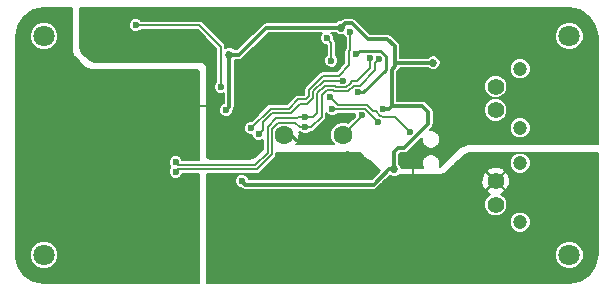
<source format=gbl>
G04 #@! TF.GenerationSoftware,KiCad,Pcbnew,(2017-11-24 revision a01d81e4b)-makepkg*
G04 #@! TF.CreationDate,2018-02-25T20:08:33+10:30*
G04 #@! TF.ProjectId,ledGlasses,6C6564476C61737365732E6B69636164,rev?*
G04 #@! TF.SameCoordinates,PX5f5e100PY5f5e100*
G04 #@! TF.FileFunction,Copper,L2,Bot,Signal*
G04 #@! TF.FilePolarity,Positive*
%FSLAX46Y46*%
G04 Gerber Fmt 4.6, Leading zero omitted, Abs format (unit mm)*
G04 Created by KiCad (PCBNEW (2017-11-24 revision a01d81e4b)-makepkg) date 02/25/18 20:08:33*
%MOMM*%
%LPD*%
G01*
G04 APERTURE LIST*
%ADD10C,1.000000*%
%ADD11C,1.800000*%
%ADD12C,1.200000*%
%ADD13C,1.400000*%
%ADD14C,1.600000*%
%ADD15C,0.600000*%
%ADD16C,0.685800*%
%ADD17C,0.250000*%
%ADD18C,0.203200*%
%ADD19C,0.152400*%
%ADD20C,0.304800*%
%ADD21C,0.254000*%
%ADD22C,0.190000*%
G04 APERTURE END LIST*
D10*
X21150000Y-6400000D03*
X22350000Y-6400000D03*
X21150000Y-7600000D03*
X22350000Y-7600000D03*
D11*
X47250000Y-2750000D03*
X2750000Y-2750000D03*
X2750000Y-21250000D03*
X47250000Y-21250000D03*
D12*
X43100000Y-18500000D03*
X43100000Y-13500000D03*
D13*
X41000000Y-15000000D03*
X41000000Y-17000000D03*
D12*
X43100000Y-10500000D03*
X43100000Y-5500000D03*
D13*
X41000000Y-7000000D03*
X41000000Y-9000000D03*
D14*
X23100000Y-11100000D03*
X28100000Y-11100000D03*
D15*
X18500000Y-12700000D03*
X20600000Y-12000000D03*
X21000000Y-4100000D03*
X23441757Y-3641757D03*
X28000000Y-4100000D03*
X24500000Y-800000D03*
X33200000Y-6300000D03*
X31400000Y-2354000D03*
X1500000Y-16900000D03*
X15408871Y-8680496D03*
X4480094Y-5318684D03*
X3001359Y-5318684D03*
X1522624Y-5307131D03*
X8812326Y-15207725D03*
X6582671Y-15207725D03*
X11100000Y-3750000D03*
X36558106Y-12474807D03*
D16*
X18008499Y-19104168D03*
X28500000Y-12800000D03*
X34000000Y-15200000D03*
D15*
X20000000Y-19100000D03*
X26000000Y-17500000D03*
X37700000Y-21000000D03*
X26700000Y-2900000D03*
X27100000Y-4800000D03*
X31500000Y-8900000D03*
X18200006Y-9000000D03*
D16*
X18462214Y-4296294D03*
X27903928Y-2003306D03*
X32399982Y-14007771D03*
X35700000Y-5000000D03*
D15*
X19500000Y-15000000D03*
X29200000Y-4252432D03*
X29389550Y-7467220D03*
X29664951Y-9444000D03*
X30339368Y-4600726D03*
X13900000Y-13400000D03*
X24831168Y-9558034D03*
X31100000Y-4700000D03*
X28100000Y-6500000D03*
X20958314Y-11045960D03*
X13900000Y-14200000D03*
X24887891Y-10465611D03*
X28700000Y-2400000D03*
X20300000Y-10527110D03*
X26952698Y-7845302D03*
X33735341Y-10875341D03*
X27178000Y-8890000D03*
X31005846Y-9965066D03*
X10525357Y-1827018D03*
X17717314Y-7032812D03*
D17*
X24100000Y-11500000D02*
X25800000Y-11500000D01*
X23700000Y-11100000D02*
X24100000Y-11500000D01*
X23100000Y-11100000D02*
X23700000Y-11100000D01*
D18*
X16980496Y-8680496D02*
X17854001Y-9554001D01*
X17854001Y-9554001D02*
X20049199Y-9554001D01*
X20049199Y-9554001D02*
X21150000Y-8453200D01*
X21150000Y-8453200D02*
X21150000Y-7600000D01*
X15408871Y-8680496D02*
X16980496Y-8680496D01*
X36558106Y-12474807D02*
X35472227Y-12474807D01*
X35472227Y-12474807D02*
X34000000Y-13947034D01*
X34000000Y-13947034D02*
X34000000Y-14715067D01*
X34000000Y-14715067D02*
X34000000Y-15200000D01*
D19*
X27100000Y-3300000D02*
X26700000Y-2900000D01*
X27100000Y-4800000D02*
X27100000Y-3300000D01*
D20*
X32473894Y-5000000D02*
X32473894Y-5292626D01*
X32473894Y-3600000D02*
X32473894Y-5000000D01*
X35700000Y-5000000D02*
X35215067Y-5000000D01*
X35215067Y-5000000D02*
X32473894Y-5000000D01*
X31832695Y-2958801D02*
X32473894Y-3600000D01*
X30153907Y-2958801D02*
X31832695Y-2958801D01*
X28855513Y-1660407D02*
X30153907Y-2958801D01*
X27903928Y-2003306D02*
X28246827Y-1660407D01*
X28246827Y-1660407D02*
X28855513Y-1660407D01*
X32473894Y-5292626D02*
X32200000Y-5566520D01*
X32200000Y-5566520D02*
X32200000Y-8636000D01*
X31936000Y-8900000D02*
X31924264Y-8900000D01*
X31924264Y-8900000D02*
X31500000Y-8900000D01*
X32200000Y-8636000D02*
X31936000Y-8900000D01*
X34798000Y-8636000D02*
X32200000Y-8636000D01*
X18462214Y-8737792D02*
X18200006Y-9000000D01*
X18462214Y-4296294D02*
X18462214Y-8737792D01*
X35306000Y-9144000D02*
X34798000Y-8636000D01*
X35306000Y-10160000D02*
X35306000Y-9144000D01*
X33274000Y-12192000D02*
X35306000Y-10160000D01*
X32766000Y-12192000D02*
X33274000Y-12192000D01*
X32399982Y-12558018D02*
X32766000Y-12192000D01*
X32399982Y-14007771D02*
X32399982Y-12558018D01*
X19293984Y-4296294D02*
X18462214Y-4296294D01*
X21586972Y-2003306D02*
X19293984Y-4296294D01*
X27903928Y-2003306D02*
X21586972Y-2003306D01*
X31972857Y-14007771D02*
X32399982Y-14007771D01*
X30680629Y-15299999D02*
X31972857Y-14007771D01*
X19500000Y-15000000D02*
X19799999Y-15299999D01*
X19799999Y-15299999D02*
X30680629Y-15299999D01*
D21*
X29499999Y-3952433D02*
X29200000Y-4252432D01*
X31679401Y-4421887D02*
X31209947Y-3952433D01*
X31209947Y-3952433D02*
X29499999Y-3952433D01*
X31679401Y-5601633D02*
X31679401Y-4421887D01*
X29813814Y-7467220D02*
X31679401Y-5601633D01*
X29389550Y-7467220D02*
X29813814Y-7467220D01*
D18*
X29664951Y-9535049D02*
X29664951Y-9444000D01*
X28100000Y-11100000D02*
X29664951Y-9535049D01*
X30400000Y-4661358D02*
X30339368Y-4600726D01*
X30400000Y-5464000D02*
X30400000Y-4661358D01*
X29306390Y-6557610D02*
X30400000Y-5464000D01*
X28862312Y-6557610D02*
X29306390Y-6557610D01*
X28654001Y-6765921D02*
X28862312Y-6557610D01*
X28365921Y-7054001D02*
X28654001Y-6765921D01*
X27484227Y-7054001D02*
X28365921Y-7054001D01*
X27365918Y-6935692D02*
X27484227Y-7054001D01*
X26539479Y-6935691D02*
X27365918Y-6935692D01*
X24831168Y-9558034D02*
X25554745Y-9558034D01*
X25554745Y-9558034D02*
X25912779Y-9200000D01*
X25912779Y-9200000D02*
X25912780Y-7562390D01*
X25912780Y-7562390D02*
X26539479Y-6935691D01*
X14144390Y-13644390D02*
X13900000Y-13400000D01*
X20652702Y-13644390D02*
X14144390Y-13644390D01*
X21690389Y-12606703D02*
X20652702Y-13644390D01*
X21690389Y-10446781D02*
X21690389Y-12606703D01*
X24130644Y-9690389D02*
X22446780Y-9690390D01*
X22446780Y-9690390D02*
X21690389Y-10446781D01*
X24346235Y-9558034D02*
X24213880Y-9690389D01*
X24831168Y-9558034D02*
X24346235Y-9558034D01*
X24213880Y-9690389D02*
X24130644Y-9690389D01*
X26369356Y-6100000D02*
X25201561Y-7267795D01*
X27700000Y-6100000D02*
X26369356Y-6100000D01*
X28600000Y-5200000D02*
X27700000Y-6100000D01*
X28600000Y-4032510D02*
X28600000Y-5200000D01*
X28700000Y-3932510D02*
X28600000Y-4032510D01*
X28700000Y-2400000D02*
X28700000Y-3932510D01*
X21952702Y-8874408D02*
X20300000Y-10527110D01*
X25201561Y-7267795D02*
X25201561Y-7798439D01*
X25201561Y-7798439D02*
X24912781Y-8087219D01*
X24912781Y-8087219D02*
X24309873Y-8087219D01*
X24309873Y-8087219D02*
X23522684Y-8874408D01*
X23522684Y-8874408D02*
X21952702Y-8874408D01*
X30800000Y-5600000D02*
X29486780Y-6913220D01*
X30800000Y-5600000D02*
X30800001Y-4999999D01*
X30800001Y-4999999D02*
X31100000Y-4700000D01*
X29009610Y-6913220D02*
X29486780Y-6913220D01*
X27336929Y-7409611D02*
X28513219Y-7409611D01*
X24887891Y-10465611D02*
X25372824Y-10465611D01*
X28513219Y-7409611D02*
X29009610Y-6913220D01*
X25372824Y-10465611D02*
X26268389Y-9570046D01*
X26268389Y-9570046D02*
X26268389Y-7709689D01*
X26268389Y-7709689D02*
X26686777Y-7291301D01*
X26686777Y-7291301D02*
X27218619Y-7291301D01*
X27218619Y-7291301D02*
X27336929Y-7409611D01*
X23669982Y-9230018D02*
X24457172Y-8442828D01*
X24457172Y-8442828D02*
X25060080Y-8442828D01*
X21301213Y-10028805D02*
X22100000Y-9230018D01*
X22100000Y-9230018D02*
X23669982Y-9230018D01*
X20958314Y-11045960D02*
X21301213Y-10703061D01*
X21301213Y-10703061D02*
X21301213Y-10028805D01*
X25060080Y-8442828D02*
X25557171Y-7945737D01*
X26472262Y-6500000D02*
X28100000Y-6500000D01*
X25557171Y-7945737D02*
X25557171Y-7415093D01*
X25557171Y-7415093D02*
X26472262Y-6500000D01*
X22594079Y-10045999D02*
X22045999Y-10594079D01*
X23983346Y-10045999D02*
X22594079Y-10045999D01*
X24887891Y-10465611D02*
X24402958Y-10465611D01*
X24402958Y-10465611D02*
X23983346Y-10045999D01*
X22045999Y-10594079D02*
X22045999Y-12754001D01*
X22045999Y-12754001D02*
X20800000Y-14000000D01*
X20800000Y-14000000D02*
X14100000Y-14000000D01*
X14100000Y-14000000D02*
X13900000Y-14200000D01*
X32456901Y-9596901D02*
X31457603Y-9596901D01*
X31457603Y-9596901D02*
X31314703Y-9454001D01*
X31314703Y-9454001D02*
X31234079Y-9454001D01*
X30643688Y-9100000D02*
X30078078Y-8534390D01*
X30643688Y-9100000D02*
X30880078Y-9100000D01*
X30880078Y-9100000D02*
X31234079Y-9454001D01*
X30078078Y-8534390D02*
X27641786Y-8534390D01*
X27641786Y-8534390D02*
X26952698Y-7845302D01*
X33735341Y-10875341D02*
X32456901Y-9596901D01*
X33379067Y-10519067D02*
X33735341Y-10875341D01*
X27178000Y-8890000D02*
X29200000Y-8890000D01*
X31005846Y-9965066D02*
X29930780Y-8890000D01*
X29930780Y-8890000D02*
X29200000Y-8890000D01*
X17717314Y-3617314D02*
X15927018Y-1827018D01*
X15927018Y-1827018D02*
X10525357Y-1827018D01*
X17717314Y-7032812D02*
X17717314Y-3617314D01*
D22*
G36*
X29688139Y-12701468D02*
X29789626Y-12947084D01*
X30011746Y-13169593D01*
X30302110Y-13290163D01*
X30355860Y-13290210D01*
X31206779Y-14141129D01*
X30495309Y-14852599D01*
X20082886Y-14852599D01*
X20004711Y-14663400D01*
X19837481Y-14495877D01*
X19618872Y-14405103D01*
X19382166Y-14404897D01*
X19163400Y-14495289D01*
X18995877Y-14662519D01*
X18905103Y-14881128D01*
X18904897Y-15117834D01*
X18995289Y-15336600D01*
X19162519Y-15504123D01*
X19381128Y-15594897D01*
X19462249Y-15594968D01*
X19483637Y-15616356D01*
X19483639Y-15616359D01*
X19628786Y-15713343D01*
X19657193Y-15718993D01*
X19799999Y-15747400D01*
X19800004Y-15747399D01*
X30680624Y-15747399D01*
X30680629Y-15747400D01*
X30823435Y-15718993D01*
X30851842Y-15713343D01*
X30996989Y-15616359D01*
X31417809Y-15195538D01*
X39797382Y-15195538D01*
X39963755Y-15640876D01*
X40011354Y-15712113D01*
X40222430Y-15770499D01*
X40992929Y-15000000D01*
X41007071Y-15000000D01*
X41777570Y-15770499D01*
X41988646Y-15712113D01*
X42185904Y-15279568D01*
X42202618Y-14804462D01*
X42036245Y-14359124D01*
X41988646Y-14287887D01*
X41777570Y-14229501D01*
X41007071Y-15000000D01*
X40992929Y-15000000D01*
X40222430Y-14229501D01*
X40011354Y-14287887D01*
X39814096Y-14720432D01*
X39797382Y-15195538D01*
X31417809Y-15195538D01*
X32057203Y-14556144D01*
X32272539Y-14645560D01*
X32526311Y-14645781D01*
X32760851Y-14548871D01*
X32814816Y-14495000D01*
X36350000Y-14495000D01*
X36386355Y-14487769D01*
X36813132Y-14310992D01*
X36843952Y-14290398D01*
X36911920Y-14222430D01*
X40229501Y-14222430D01*
X41000000Y-14992929D01*
X41770499Y-14222430D01*
X41712113Y-14011354D01*
X41279568Y-13814096D01*
X40804462Y-13797382D01*
X40359124Y-13963755D01*
X40287887Y-14011354D01*
X40229501Y-14222430D01*
X36911920Y-14222430D01*
X37457105Y-13677245D01*
X42204845Y-13677245D01*
X42340814Y-14006314D01*
X42592361Y-14258302D01*
X42921192Y-14394844D01*
X43277245Y-14395155D01*
X43606314Y-14259186D01*
X43858302Y-14007639D01*
X43994844Y-13678808D01*
X43995155Y-13322755D01*
X43859186Y-12993686D01*
X43607639Y-12741698D01*
X43278808Y-12605156D01*
X42922755Y-12604845D01*
X42593686Y-12740814D01*
X42341698Y-12992361D01*
X42205156Y-13321192D01*
X42204845Y-13677245D01*
X37457105Y-13677245D01*
X38377035Y-12757315D01*
X38768898Y-12595000D01*
X49630000Y-12595000D01*
X49630000Y-21213556D01*
X49442136Y-22158013D01*
X48927789Y-22927789D01*
X48158013Y-23442136D01*
X47213556Y-23630000D01*
X16595000Y-23630000D01*
X16595000Y-21486657D01*
X46054793Y-21486657D01*
X46236338Y-21926029D01*
X46572203Y-22262481D01*
X47011257Y-22444792D01*
X47486657Y-22445207D01*
X47926029Y-22263662D01*
X48262481Y-21927797D01*
X48444792Y-21488743D01*
X48445207Y-21013343D01*
X48263662Y-20573971D01*
X47927797Y-20237519D01*
X47488743Y-20055208D01*
X47013343Y-20054793D01*
X46573971Y-20236338D01*
X46237519Y-20572203D01*
X46055208Y-21011257D01*
X46054793Y-21486657D01*
X16595000Y-21486657D01*
X16595000Y-18677245D01*
X42204845Y-18677245D01*
X42340814Y-19006314D01*
X42592361Y-19258302D01*
X42921192Y-19394844D01*
X43277245Y-19395155D01*
X43606314Y-19259186D01*
X43858302Y-19007639D01*
X43994844Y-18678808D01*
X43995155Y-18322755D01*
X43859186Y-17993686D01*
X43607639Y-17741698D01*
X43278808Y-17605156D01*
X42922755Y-17604845D01*
X42593686Y-17740814D01*
X42341698Y-17992361D01*
X42205156Y-18321192D01*
X42204845Y-18677245D01*
X16595000Y-18677245D01*
X16595000Y-17197049D01*
X40004828Y-17197049D01*
X40155988Y-17562886D01*
X40435642Y-17843028D01*
X40801214Y-17994827D01*
X41197049Y-17995172D01*
X41562886Y-17844012D01*
X41843028Y-17564358D01*
X41994827Y-17198786D01*
X41995172Y-16802951D01*
X41844012Y-16437114D01*
X41564358Y-16156972D01*
X41447550Y-16108469D01*
X41640876Y-16036245D01*
X41712113Y-15988646D01*
X41770499Y-15777570D01*
X41000000Y-15007071D01*
X40229501Y-15777570D01*
X40287887Y-15988646D01*
X40551340Y-16108791D01*
X40437114Y-16155988D01*
X40156972Y-16435642D01*
X40005173Y-16801214D01*
X40004828Y-17197049D01*
X16595000Y-17197049D01*
X16595000Y-14396600D01*
X20799995Y-14396600D01*
X20800000Y-14396601D01*
X20951773Y-14366411D01*
X21080439Y-14280439D01*
X22326435Y-13034442D01*
X22326438Y-13034440D01*
X22412410Y-12905773D01*
X22424374Y-12845626D01*
X22442600Y-12754001D01*
X22442599Y-12753996D01*
X22442599Y-12595000D01*
X29431102Y-12595000D01*
X29688139Y-12701468D01*
X29688139Y-12701468D01*
G37*
X29688139Y-12701468D02*
X29789626Y-12947084D01*
X30011746Y-13169593D01*
X30302110Y-13290163D01*
X30355860Y-13290210D01*
X31206779Y-14141129D01*
X30495309Y-14852599D01*
X20082886Y-14852599D01*
X20004711Y-14663400D01*
X19837481Y-14495877D01*
X19618872Y-14405103D01*
X19382166Y-14404897D01*
X19163400Y-14495289D01*
X18995877Y-14662519D01*
X18905103Y-14881128D01*
X18904897Y-15117834D01*
X18995289Y-15336600D01*
X19162519Y-15504123D01*
X19381128Y-15594897D01*
X19462249Y-15594968D01*
X19483637Y-15616356D01*
X19483639Y-15616359D01*
X19628786Y-15713343D01*
X19657193Y-15718993D01*
X19799999Y-15747400D01*
X19800004Y-15747399D01*
X30680624Y-15747399D01*
X30680629Y-15747400D01*
X30823435Y-15718993D01*
X30851842Y-15713343D01*
X30996989Y-15616359D01*
X31417809Y-15195538D01*
X39797382Y-15195538D01*
X39963755Y-15640876D01*
X40011354Y-15712113D01*
X40222430Y-15770499D01*
X40992929Y-15000000D01*
X41007071Y-15000000D01*
X41777570Y-15770499D01*
X41988646Y-15712113D01*
X42185904Y-15279568D01*
X42202618Y-14804462D01*
X42036245Y-14359124D01*
X41988646Y-14287887D01*
X41777570Y-14229501D01*
X41007071Y-15000000D01*
X40992929Y-15000000D01*
X40222430Y-14229501D01*
X40011354Y-14287887D01*
X39814096Y-14720432D01*
X39797382Y-15195538D01*
X31417809Y-15195538D01*
X32057203Y-14556144D01*
X32272539Y-14645560D01*
X32526311Y-14645781D01*
X32760851Y-14548871D01*
X32814816Y-14495000D01*
X36350000Y-14495000D01*
X36386355Y-14487769D01*
X36813132Y-14310992D01*
X36843952Y-14290398D01*
X36911920Y-14222430D01*
X40229501Y-14222430D01*
X41000000Y-14992929D01*
X41770499Y-14222430D01*
X41712113Y-14011354D01*
X41279568Y-13814096D01*
X40804462Y-13797382D01*
X40359124Y-13963755D01*
X40287887Y-14011354D01*
X40229501Y-14222430D01*
X36911920Y-14222430D01*
X37457105Y-13677245D01*
X42204845Y-13677245D01*
X42340814Y-14006314D01*
X42592361Y-14258302D01*
X42921192Y-14394844D01*
X43277245Y-14395155D01*
X43606314Y-14259186D01*
X43858302Y-14007639D01*
X43994844Y-13678808D01*
X43995155Y-13322755D01*
X43859186Y-12993686D01*
X43607639Y-12741698D01*
X43278808Y-12605156D01*
X42922755Y-12604845D01*
X42593686Y-12740814D01*
X42341698Y-12992361D01*
X42205156Y-13321192D01*
X42204845Y-13677245D01*
X37457105Y-13677245D01*
X38377035Y-12757315D01*
X38768898Y-12595000D01*
X49630000Y-12595000D01*
X49630000Y-21213556D01*
X49442136Y-22158013D01*
X48927789Y-22927789D01*
X48158013Y-23442136D01*
X47213556Y-23630000D01*
X16595000Y-23630000D01*
X16595000Y-21486657D01*
X46054793Y-21486657D01*
X46236338Y-21926029D01*
X46572203Y-22262481D01*
X47011257Y-22444792D01*
X47486657Y-22445207D01*
X47926029Y-22263662D01*
X48262481Y-21927797D01*
X48444792Y-21488743D01*
X48445207Y-21013343D01*
X48263662Y-20573971D01*
X47927797Y-20237519D01*
X47488743Y-20055208D01*
X47013343Y-20054793D01*
X46573971Y-20236338D01*
X46237519Y-20572203D01*
X46055208Y-21011257D01*
X46054793Y-21486657D01*
X16595000Y-21486657D01*
X16595000Y-18677245D01*
X42204845Y-18677245D01*
X42340814Y-19006314D01*
X42592361Y-19258302D01*
X42921192Y-19394844D01*
X43277245Y-19395155D01*
X43606314Y-19259186D01*
X43858302Y-19007639D01*
X43994844Y-18678808D01*
X43995155Y-18322755D01*
X43859186Y-17993686D01*
X43607639Y-17741698D01*
X43278808Y-17605156D01*
X42922755Y-17604845D01*
X42593686Y-17740814D01*
X42341698Y-17992361D01*
X42205156Y-18321192D01*
X42204845Y-18677245D01*
X16595000Y-18677245D01*
X16595000Y-17197049D01*
X40004828Y-17197049D01*
X40155988Y-17562886D01*
X40435642Y-17843028D01*
X40801214Y-17994827D01*
X41197049Y-17995172D01*
X41562886Y-17844012D01*
X41843028Y-17564358D01*
X41994827Y-17198786D01*
X41995172Y-16802951D01*
X41844012Y-16437114D01*
X41564358Y-16156972D01*
X41447550Y-16108469D01*
X41640876Y-16036245D01*
X41712113Y-15988646D01*
X41770499Y-15777570D01*
X41000000Y-15007071D01*
X40229501Y-15777570D01*
X40287887Y-15988646D01*
X40551340Y-16108791D01*
X40437114Y-16155988D01*
X40156972Y-16435642D01*
X40005173Y-16801214D01*
X40004828Y-17197049D01*
X16595000Y-17197049D01*
X16595000Y-14396600D01*
X20799995Y-14396600D01*
X20800000Y-14396601D01*
X20951773Y-14366411D01*
X21080439Y-14280439D01*
X22326435Y-13034442D01*
X22326438Y-13034440D01*
X22412410Y-12905773D01*
X22424374Y-12845626D01*
X22442600Y-12754001D01*
X22442599Y-12753996D01*
X22442599Y-12595000D01*
X29431102Y-12595000D01*
X29688139Y-12701468D01*
G36*
X5155000Y-4000000D02*
X5162231Y-4036355D01*
X5339008Y-4463132D01*
X5359602Y-4493952D01*
X6256048Y-5390398D01*
X6286868Y-5410992D01*
X6713645Y-5587769D01*
X6750000Y-5595000D01*
X15710650Y-5595000D01*
X15905000Y-5789350D01*
X15905000Y-13247790D01*
X14480899Y-13247790D01*
X14404711Y-13063400D01*
X14237481Y-12895877D01*
X14018872Y-12805103D01*
X13782166Y-12804897D01*
X13563400Y-12895289D01*
X13395877Y-13062519D01*
X13305103Y-13281128D01*
X13304897Y-13517834D01*
X13395289Y-13736600D01*
X13458542Y-13799964D01*
X13395877Y-13862519D01*
X13305103Y-14081128D01*
X13304897Y-14317834D01*
X13395289Y-14536600D01*
X13562519Y-14704123D01*
X13781128Y-14794897D01*
X14017834Y-14795103D01*
X14236600Y-14704711D01*
X14404123Y-14537481D01*
X14462622Y-14396600D01*
X15905000Y-14396600D01*
X15905000Y-23630000D01*
X2786444Y-23630000D01*
X1841987Y-23442136D01*
X1072211Y-22927789D01*
X557864Y-22158013D01*
X424324Y-21486657D01*
X1554793Y-21486657D01*
X1736338Y-21926029D01*
X2072203Y-22262481D01*
X2511257Y-22444792D01*
X2986657Y-22445207D01*
X3426029Y-22263662D01*
X3762481Y-21927797D01*
X3944792Y-21488743D01*
X3945207Y-21013343D01*
X3763662Y-20573971D01*
X3427797Y-20237519D01*
X2988743Y-20055208D01*
X2513343Y-20054793D01*
X2073971Y-20236338D01*
X1737519Y-20572203D01*
X1555208Y-21011257D01*
X1554793Y-21486657D01*
X424324Y-21486657D01*
X370000Y-21213556D01*
X370000Y-2986657D01*
X1554793Y-2986657D01*
X1736338Y-3426029D01*
X2072203Y-3762481D01*
X2511257Y-3944792D01*
X2986657Y-3945207D01*
X3426029Y-3763662D01*
X3762481Y-3427797D01*
X3944792Y-2988743D01*
X3945207Y-2513343D01*
X3763662Y-2073971D01*
X3427797Y-1737519D01*
X2988743Y-1555208D01*
X2513343Y-1554793D01*
X2073971Y-1736338D01*
X1737519Y-2072203D01*
X1555208Y-2511257D01*
X1554793Y-2986657D01*
X370000Y-2986657D01*
X370000Y-2786444D01*
X557864Y-1841987D01*
X1072211Y-1072211D01*
X1841987Y-557864D01*
X2786444Y-370000D01*
X5155000Y-370000D01*
X5155000Y-4000000D01*
X5155000Y-4000000D01*
G37*
X5155000Y-4000000D02*
X5162231Y-4036355D01*
X5339008Y-4463132D01*
X5359602Y-4493952D01*
X6256048Y-5390398D01*
X6286868Y-5410992D01*
X6713645Y-5587769D01*
X6750000Y-5595000D01*
X15710650Y-5595000D01*
X15905000Y-5789350D01*
X15905000Y-13247790D01*
X14480899Y-13247790D01*
X14404711Y-13063400D01*
X14237481Y-12895877D01*
X14018872Y-12805103D01*
X13782166Y-12804897D01*
X13563400Y-12895289D01*
X13395877Y-13062519D01*
X13305103Y-13281128D01*
X13304897Y-13517834D01*
X13395289Y-13736600D01*
X13458542Y-13799964D01*
X13395877Y-13862519D01*
X13305103Y-14081128D01*
X13304897Y-14317834D01*
X13395289Y-14536600D01*
X13562519Y-14704123D01*
X13781128Y-14794897D01*
X14017834Y-14795103D01*
X14236600Y-14704711D01*
X14404123Y-14537481D01*
X14462622Y-14396600D01*
X15905000Y-14396600D01*
X15905000Y-23630000D01*
X2786444Y-23630000D01*
X1841987Y-23442136D01*
X1072211Y-22927789D01*
X557864Y-22158013D01*
X424324Y-21486657D01*
X1554793Y-21486657D01*
X1736338Y-21926029D01*
X2072203Y-22262481D01*
X2511257Y-22444792D01*
X2986657Y-22445207D01*
X3426029Y-22263662D01*
X3762481Y-21927797D01*
X3944792Y-21488743D01*
X3945207Y-21013343D01*
X3763662Y-20573971D01*
X3427797Y-20237519D01*
X2988743Y-20055208D01*
X2513343Y-20054793D01*
X2073971Y-20236338D01*
X1737519Y-20572203D01*
X1555208Y-21011257D01*
X1554793Y-21486657D01*
X424324Y-21486657D01*
X370000Y-21213556D01*
X370000Y-2986657D01*
X1554793Y-2986657D01*
X1736338Y-3426029D01*
X2072203Y-3762481D01*
X2511257Y-3944792D01*
X2986657Y-3945207D01*
X3426029Y-3763662D01*
X3762481Y-3427797D01*
X3944792Y-2988743D01*
X3945207Y-2513343D01*
X3763662Y-2073971D01*
X3427797Y-1737519D01*
X2988743Y-1555208D01*
X2513343Y-1554793D01*
X2073971Y-1736338D01*
X1737519Y-2072203D01*
X1555208Y-2511257D01*
X1554793Y-2986657D01*
X370000Y-2986657D01*
X370000Y-2786444D01*
X557864Y-1841987D01*
X1072211Y-1072211D01*
X1841987Y-557864D01*
X2786444Y-370000D01*
X5155000Y-370000D01*
X5155000Y-4000000D01*
G36*
X48158013Y-557864D02*
X48927789Y-1072211D01*
X49442136Y-1841987D01*
X49630000Y-2786444D01*
X49630000Y-11905000D01*
X38500000Y-11905000D01*
X38463645Y-11912231D01*
X38036868Y-12089008D01*
X38006048Y-12109602D01*
X36372965Y-13742685D01*
X36286772Y-13778387D01*
X36330163Y-13673890D01*
X36330437Y-13359489D01*
X36210374Y-13068916D01*
X35988254Y-12846407D01*
X35697890Y-12725837D01*
X35383489Y-12725563D01*
X35092916Y-12845626D01*
X34870407Y-13067746D01*
X34749837Y-13358110D01*
X34749563Y-13672511D01*
X34845626Y-13905000D01*
X33037971Y-13905000D01*
X33037992Y-13881442D01*
X32941082Y-13646902D01*
X32847382Y-13553038D01*
X32847382Y-12743338D01*
X32951319Y-12639400D01*
X33273995Y-12639400D01*
X33274000Y-12639401D01*
X33416806Y-12610994D01*
X33445213Y-12605344D01*
X33590360Y-12508360D01*
X34749817Y-11348903D01*
X34749563Y-11640511D01*
X34869626Y-11931084D01*
X35091746Y-12153593D01*
X35382110Y-12274163D01*
X35696511Y-12274437D01*
X35987084Y-12154374D01*
X36209593Y-11932254D01*
X36330163Y-11641890D01*
X36330437Y-11327489D01*
X36210374Y-11036916D01*
X35988254Y-10814407D01*
X35697890Y-10693837D01*
X35405138Y-10693582D01*
X35421475Y-10677245D01*
X42204845Y-10677245D01*
X42340814Y-11006314D01*
X42592361Y-11258302D01*
X42921192Y-11394844D01*
X43277245Y-11395155D01*
X43606314Y-11259186D01*
X43858302Y-11007639D01*
X43994844Y-10678808D01*
X43995155Y-10322755D01*
X43859186Y-9993686D01*
X43607639Y-9741698D01*
X43278808Y-9605156D01*
X42922755Y-9604845D01*
X42593686Y-9740814D01*
X42341698Y-9992361D01*
X42205156Y-10321192D01*
X42204845Y-10677245D01*
X35421475Y-10677245D01*
X35622360Y-10476360D01*
X35626759Y-10469777D01*
X35719344Y-10331213D01*
X35726546Y-10295008D01*
X35753401Y-10160000D01*
X35753400Y-10159995D01*
X35753400Y-9197049D01*
X40004828Y-9197049D01*
X40155988Y-9562886D01*
X40435642Y-9843028D01*
X40801214Y-9994827D01*
X41197049Y-9995172D01*
X41562886Y-9844012D01*
X41843028Y-9564358D01*
X41994827Y-9198786D01*
X41995172Y-8802951D01*
X41844012Y-8437114D01*
X41564358Y-8156972D01*
X41198786Y-8005173D01*
X40802951Y-8004828D01*
X40437114Y-8155988D01*
X40156972Y-8435642D01*
X40005173Y-8801214D01*
X40004828Y-9197049D01*
X35753400Y-9197049D01*
X35753400Y-9144000D01*
X35719344Y-8972787D01*
X35622360Y-8827640D01*
X35622357Y-8827638D01*
X35114360Y-8319640D01*
X35092604Y-8305103D01*
X34969213Y-8222656D01*
X34940806Y-8217006D01*
X34798000Y-8188599D01*
X34797995Y-8188600D01*
X32647400Y-8188600D01*
X32647400Y-7197049D01*
X40004828Y-7197049D01*
X40155988Y-7562886D01*
X40435642Y-7843028D01*
X40801214Y-7994827D01*
X41197049Y-7995172D01*
X41562886Y-7844012D01*
X41843028Y-7564358D01*
X41994827Y-7198786D01*
X41995172Y-6802951D01*
X41844012Y-6437114D01*
X41564358Y-6156972D01*
X41198786Y-6005173D01*
X40802951Y-6004828D01*
X40437114Y-6155988D01*
X40156972Y-6435642D01*
X40005173Y-6801214D01*
X40004828Y-7197049D01*
X32647400Y-7197049D01*
X32647400Y-5751840D01*
X32721994Y-5677245D01*
X42204845Y-5677245D01*
X42340814Y-6006314D01*
X42592361Y-6258302D01*
X42921192Y-6394844D01*
X43277245Y-6395155D01*
X43606314Y-6259186D01*
X43858302Y-6007639D01*
X43994844Y-5678808D01*
X43995155Y-5322755D01*
X43859186Y-4993686D01*
X43607639Y-4741698D01*
X43278808Y-4605156D01*
X42922755Y-4604845D01*
X42593686Y-4740814D01*
X42341698Y-4992361D01*
X42205156Y-5321192D01*
X42204845Y-5677245D01*
X32721994Y-5677245D01*
X32790251Y-5608988D01*
X32790254Y-5608986D01*
X32887238Y-5463839D01*
X32890508Y-5447400D01*
X35245280Y-5447400D01*
X35338187Y-5540470D01*
X35572557Y-5637789D01*
X35826329Y-5638010D01*
X36060869Y-5541100D01*
X36240470Y-5361813D01*
X36337789Y-5127443D01*
X36338010Y-4873671D01*
X36241100Y-4639131D01*
X36061813Y-4459530D01*
X35827443Y-4362211D01*
X35573671Y-4361990D01*
X35339131Y-4458900D01*
X35245267Y-4552600D01*
X32921294Y-4552600D01*
X32921294Y-3600000D01*
X32887238Y-3428787D01*
X32790254Y-3283640D01*
X32790251Y-3283638D01*
X32493271Y-2986657D01*
X46054793Y-2986657D01*
X46236338Y-3426029D01*
X46572203Y-3762481D01*
X47011257Y-3944792D01*
X47486657Y-3945207D01*
X47926029Y-3763662D01*
X48262481Y-3427797D01*
X48444792Y-2988743D01*
X48445207Y-2513343D01*
X48263662Y-2073971D01*
X47927797Y-1737519D01*
X47488743Y-1555208D01*
X47013343Y-1554793D01*
X46573971Y-1736338D01*
X46237519Y-2072203D01*
X46055208Y-2511257D01*
X46054793Y-2986657D01*
X32493271Y-2986657D01*
X32149055Y-2642441D01*
X32098119Y-2608407D01*
X32003908Y-2545457D01*
X31975501Y-2539807D01*
X31832695Y-2511400D01*
X31832690Y-2511401D01*
X30339226Y-2511401D01*
X29171873Y-1344047D01*
X29139337Y-1322307D01*
X29026726Y-1247063D01*
X28998319Y-1241413D01*
X28855513Y-1213006D01*
X28855508Y-1213007D01*
X28246827Y-1213007D01*
X28075614Y-1247063D01*
X27930467Y-1344047D01*
X27930465Y-1344050D01*
X27909104Y-1365411D01*
X27777599Y-1365296D01*
X27543059Y-1462206D01*
X27449195Y-1555906D01*
X21586977Y-1555906D01*
X21586972Y-1555905D01*
X21444166Y-1584312D01*
X21415759Y-1589962D01*
X21270612Y-1686946D01*
X21270610Y-1686949D01*
X19108664Y-3848894D01*
X18916934Y-3848894D01*
X18824027Y-3755824D01*
X18589657Y-3658505D01*
X18335885Y-3658284D01*
X18113914Y-3750001D01*
X18113914Y-3617319D01*
X18113915Y-3617314D01*
X18083725Y-3465541D01*
X17997753Y-3336875D01*
X17997750Y-3336873D01*
X16207457Y-1546579D01*
X16078791Y-1460607D01*
X15927018Y-1430417D01*
X15927013Y-1430418D01*
X10970173Y-1430418D01*
X10862838Y-1322895D01*
X10644229Y-1232121D01*
X10407523Y-1231915D01*
X10188757Y-1322307D01*
X10021234Y-1489537D01*
X9930460Y-1708146D01*
X9930254Y-1944852D01*
X10020646Y-2163618D01*
X10187876Y-2331141D01*
X10406485Y-2421915D01*
X10643191Y-2422121D01*
X10861957Y-2331729D01*
X10970257Y-2223618D01*
X15762740Y-2223618D01*
X17320714Y-3781591D01*
X17320714Y-6587996D01*
X17213191Y-6695331D01*
X17122417Y-6913940D01*
X17122211Y-7150646D01*
X17212603Y-7369412D01*
X17379833Y-7536935D01*
X17598442Y-7627709D01*
X17835148Y-7627915D01*
X18014814Y-7553679D01*
X18014814Y-8432729D01*
X17863406Y-8495289D01*
X17695883Y-8662519D01*
X17605109Y-8881128D01*
X17604903Y-9117834D01*
X17695295Y-9336600D01*
X17862525Y-9504123D01*
X18081134Y-9594897D01*
X18317840Y-9595103D01*
X18536606Y-9504711D01*
X18704129Y-9337481D01*
X18794903Y-9118872D01*
X18794981Y-9029598D01*
X18875558Y-8909005D01*
X18887514Y-8848897D01*
X18909615Y-8737792D01*
X18909614Y-8737787D01*
X18909614Y-4751014D01*
X18916947Y-4743694D01*
X19293979Y-4743694D01*
X19293984Y-4743695D01*
X19436790Y-4715288D01*
X19465197Y-4709638D01*
X19610344Y-4612654D01*
X21772291Y-2450706D01*
X26307886Y-2450706D01*
X26195877Y-2562519D01*
X26105103Y-2781128D01*
X26104897Y-3017834D01*
X26195289Y-3236600D01*
X26362519Y-3404123D01*
X26581128Y-3494897D01*
X26728800Y-3495026D01*
X26728800Y-4329828D01*
X26595877Y-4462519D01*
X26505103Y-4681128D01*
X26504897Y-4917834D01*
X26595289Y-5136600D01*
X26762519Y-5304123D01*
X26981128Y-5394897D01*
X27217834Y-5395103D01*
X27436600Y-5304711D01*
X27604123Y-5137481D01*
X27694897Y-4918872D01*
X27695103Y-4682166D01*
X27604711Y-4463400D01*
X27471200Y-4329655D01*
X27471200Y-3300000D01*
X27442944Y-3157948D01*
X27362478Y-3037522D01*
X27294940Y-2969984D01*
X27295103Y-2782166D01*
X27204711Y-2563400D01*
X27092214Y-2450706D01*
X27449208Y-2450706D01*
X27542115Y-2543776D01*
X27776485Y-2641095D01*
X28030257Y-2641316D01*
X28137593Y-2596965D01*
X28195289Y-2736600D01*
X28303400Y-2844900D01*
X28303400Y-3776258D01*
X28233589Y-3880737D01*
X28203399Y-4032510D01*
X28203400Y-4032515D01*
X28203400Y-5035723D01*
X27535722Y-5703400D01*
X26369361Y-5703400D01*
X26369356Y-5703399D01*
X26217584Y-5733589D01*
X26088917Y-5819561D01*
X26088915Y-5819564D01*
X24921122Y-6987356D01*
X24835150Y-7116022D01*
X24804960Y-7267795D01*
X24804961Y-7267800D01*
X24804961Y-7634162D01*
X24748503Y-7690619D01*
X24309873Y-7690619D01*
X24158101Y-7720808D01*
X24029434Y-7806780D01*
X24029432Y-7806783D01*
X23358406Y-8477808D01*
X21952707Y-8477808D01*
X21952702Y-8477807D01*
X21800930Y-8507997D01*
X21672263Y-8593969D01*
X21672261Y-8593972D01*
X20334093Y-9932139D01*
X20182166Y-9932007D01*
X19963400Y-10022399D01*
X19795877Y-10189629D01*
X19705103Y-10408238D01*
X19704897Y-10644944D01*
X19795289Y-10863710D01*
X19962519Y-11031233D01*
X20181128Y-11122007D01*
X20363247Y-11122165D01*
X20363211Y-11163794D01*
X20453603Y-11382560D01*
X20620833Y-11550083D01*
X20839442Y-11640857D01*
X21076148Y-11641063D01*
X21293789Y-11551136D01*
X21293789Y-12321861D01*
X20622965Y-12992685D01*
X20231102Y-13155000D01*
X16789181Y-13155000D01*
X16593246Y-12960249D01*
X16546513Y-5249419D01*
X16539062Y-5213109D01*
X16518486Y-5182617D01*
X16266971Y-4932622D01*
X16236089Y-4912122D01*
X16200000Y-4905000D01*
X7018898Y-4905000D01*
X6627035Y-4742685D01*
X6007315Y-4122965D01*
X5845000Y-3731102D01*
X5845000Y-370000D01*
X47213556Y-370000D01*
X48158013Y-557864D01*
X48158013Y-557864D01*
G37*
X48158013Y-557864D02*
X48927789Y-1072211D01*
X49442136Y-1841987D01*
X49630000Y-2786444D01*
X49630000Y-11905000D01*
X38500000Y-11905000D01*
X38463645Y-11912231D01*
X38036868Y-12089008D01*
X38006048Y-12109602D01*
X36372965Y-13742685D01*
X36286772Y-13778387D01*
X36330163Y-13673890D01*
X36330437Y-13359489D01*
X36210374Y-13068916D01*
X35988254Y-12846407D01*
X35697890Y-12725837D01*
X35383489Y-12725563D01*
X35092916Y-12845626D01*
X34870407Y-13067746D01*
X34749837Y-13358110D01*
X34749563Y-13672511D01*
X34845626Y-13905000D01*
X33037971Y-13905000D01*
X33037992Y-13881442D01*
X32941082Y-13646902D01*
X32847382Y-13553038D01*
X32847382Y-12743338D01*
X32951319Y-12639400D01*
X33273995Y-12639400D01*
X33274000Y-12639401D01*
X33416806Y-12610994D01*
X33445213Y-12605344D01*
X33590360Y-12508360D01*
X34749817Y-11348903D01*
X34749563Y-11640511D01*
X34869626Y-11931084D01*
X35091746Y-12153593D01*
X35382110Y-12274163D01*
X35696511Y-12274437D01*
X35987084Y-12154374D01*
X36209593Y-11932254D01*
X36330163Y-11641890D01*
X36330437Y-11327489D01*
X36210374Y-11036916D01*
X35988254Y-10814407D01*
X35697890Y-10693837D01*
X35405138Y-10693582D01*
X35421475Y-10677245D01*
X42204845Y-10677245D01*
X42340814Y-11006314D01*
X42592361Y-11258302D01*
X42921192Y-11394844D01*
X43277245Y-11395155D01*
X43606314Y-11259186D01*
X43858302Y-11007639D01*
X43994844Y-10678808D01*
X43995155Y-10322755D01*
X43859186Y-9993686D01*
X43607639Y-9741698D01*
X43278808Y-9605156D01*
X42922755Y-9604845D01*
X42593686Y-9740814D01*
X42341698Y-9992361D01*
X42205156Y-10321192D01*
X42204845Y-10677245D01*
X35421475Y-10677245D01*
X35622360Y-10476360D01*
X35626759Y-10469777D01*
X35719344Y-10331213D01*
X35726546Y-10295008D01*
X35753401Y-10160000D01*
X35753400Y-10159995D01*
X35753400Y-9197049D01*
X40004828Y-9197049D01*
X40155988Y-9562886D01*
X40435642Y-9843028D01*
X40801214Y-9994827D01*
X41197049Y-9995172D01*
X41562886Y-9844012D01*
X41843028Y-9564358D01*
X41994827Y-9198786D01*
X41995172Y-8802951D01*
X41844012Y-8437114D01*
X41564358Y-8156972D01*
X41198786Y-8005173D01*
X40802951Y-8004828D01*
X40437114Y-8155988D01*
X40156972Y-8435642D01*
X40005173Y-8801214D01*
X40004828Y-9197049D01*
X35753400Y-9197049D01*
X35753400Y-9144000D01*
X35719344Y-8972787D01*
X35622360Y-8827640D01*
X35622357Y-8827638D01*
X35114360Y-8319640D01*
X35092604Y-8305103D01*
X34969213Y-8222656D01*
X34940806Y-8217006D01*
X34798000Y-8188599D01*
X34797995Y-8188600D01*
X32647400Y-8188600D01*
X32647400Y-7197049D01*
X40004828Y-7197049D01*
X40155988Y-7562886D01*
X40435642Y-7843028D01*
X40801214Y-7994827D01*
X41197049Y-7995172D01*
X41562886Y-7844012D01*
X41843028Y-7564358D01*
X41994827Y-7198786D01*
X41995172Y-6802951D01*
X41844012Y-6437114D01*
X41564358Y-6156972D01*
X41198786Y-6005173D01*
X40802951Y-6004828D01*
X40437114Y-6155988D01*
X40156972Y-6435642D01*
X40005173Y-6801214D01*
X40004828Y-7197049D01*
X32647400Y-7197049D01*
X32647400Y-5751840D01*
X32721994Y-5677245D01*
X42204845Y-5677245D01*
X42340814Y-6006314D01*
X42592361Y-6258302D01*
X42921192Y-6394844D01*
X43277245Y-6395155D01*
X43606314Y-6259186D01*
X43858302Y-6007639D01*
X43994844Y-5678808D01*
X43995155Y-5322755D01*
X43859186Y-4993686D01*
X43607639Y-4741698D01*
X43278808Y-4605156D01*
X42922755Y-4604845D01*
X42593686Y-4740814D01*
X42341698Y-4992361D01*
X42205156Y-5321192D01*
X42204845Y-5677245D01*
X32721994Y-5677245D01*
X32790251Y-5608988D01*
X32790254Y-5608986D01*
X32887238Y-5463839D01*
X32890508Y-5447400D01*
X35245280Y-5447400D01*
X35338187Y-5540470D01*
X35572557Y-5637789D01*
X35826329Y-5638010D01*
X36060869Y-5541100D01*
X36240470Y-5361813D01*
X36337789Y-5127443D01*
X36338010Y-4873671D01*
X36241100Y-4639131D01*
X36061813Y-4459530D01*
X35827443Y-4362211D01*
X35573671Y-4361990D01*
X35339131Y-4458900D01*
X35245267Y-4552600D01*
X32921294Y-4552600D01*
X32921294Y-3600000D01*
X32887238Y-3428787D01*
X32790254Y-3283640D01*
X32790251Y-3283638D01*
X32493271Y-2986657D01*
X46054793Y-2986657D01*
X46236338Y-3426029D01*
X46572203Y-3762481D01*
X47011257Y-3944792D01*
X47486657Y-3945207D01*
X47926029Y-3763662D01*
X48262481Y-3427797D01*
X48444792Y-2988743D01*
X48445207Y-2513343D01*
X48263662Y-2073971D01*
X47927797Y-1737519D01*
X47488743Y-1555208D01*
X47013343Y-1554793D01*
X46573971Y-1736338D01*
X46237519Y-2072203D01*
X46055208Y-2511257D01*
X46054793Y-2986657D01*
X32493271Y-2986657D01*
X32149055Y-2642441D01*
X32098119Y-2608407D01*
X32003908Y-2545457D01*
X31975501Y-2539807D01*
X31832695Y-2511400D01*
X31832690Y-2511401D01*
X30339226Y-2511401D01*
X29171873Y-1344047D01*
X29139337Y-1322307D01*
X29026726Y-1247063D01*
X28998319Y-1241413D01*
X28855513Y-1213006D01*
X28855508Y-1213007D01*
X28246827Y-1213007D01*
X28075614Y-1247063D01*
X27930467Y-1344047D01*
X27930465Y-1344050D01*
X27909104Y-1365411D01*
X27777599Y-1365296D01*
X27543059Y-1462206D01*
X27449195Y-1555906D01*
X21586977Y-1555906D01*
X21586972Y-1555905D01*
X21444166Y-1584312D01*
X21415759Y-1589962D01*
X21270612Y-1686946D01*
X21270610Y-1686949D01*
X19108664Y-3848894D01*
X18916934Y-3848894D01*
X18824027Y-3755824D01*
X18589657Y-3658505D01*
X18335885Y-3658284D01*
X18113914Y-3750001D01*
X18113914Y-3617319D01*
X18113915Y-3617314D01*
X18083725Y-3465541D01*
X17997753Y-3336875D01*
X17997750Y-3336873D01*
X16207457Y-1546579D01*
X16078791Y-1460607D01*
X15927018Y-1430417D01*
X15927013Y-1430418D01*
X10970173Y-1430418D01*
X10862838Y-1322895D01*
X10644229Y-1232121D01*
X10407523Y-1231915D01*
X10188757Y-1322307D01*
X10021234Y-1489537D01*
X9930460Y-1708146D01*
X9930254Y-1944852D01*
X10020646Y-2163618D01*
X10187876Y-2331141D01*
X10406485Y-2421915D01*
X10643191Y-2422121D01*
X10861957Y-2331729D01*
X10970257Y-2223618D01*
X15762740Y-2223618D01*
X17320714Y-3781591D01*
X17320714Y-6587996D01*
X17213191Y-6695331D01*
X17122417Y-6913940D01*
X17122211Y-7150646D01*
X17212603Y-7369412D01*
X17379833Y-7536935D01*
X17598442Y-7627709D01*
X17835148Y-7627915D01*
X18014814Y-7553679D01*
X18014814Y-8432729D01*
X17863406Y-8495289D01*
X17695883Y-8662519D01*
X17605109Y-8881128D01*
X17604903Y-9117834D01*
X17695295Y-9336600D01*
X17862525Y-9504123D01*
X18081134Y-9594897D01*
X18317840Y-9595103D01*
X18536606Y-9504711D01*
X18704129Y-9337481D01*
X18794903Y-9118872D01*
X18794981Y-9029598D01*
X18875558Y-8909005D01*
X18887514Y-8848897D01*
X18909615Y-8737792D01*
X18909614Y-8737787D01*
X18909614Y-4751014D01*
X18916947Y-4743694D01*
X19293979Y-4743694D01*
X19293984Y-4743695D01*
X19436790Y-4715288D01*
X19465197Y-4709638D01*
X19610344Y-4612654D01*
X21772291Y-2450706D01*
X26307886Y-2450706D01*
X26195877Y-2562519D01*
X26105103Y-2781128D01*
X26104897Y-3017834D01*
X26195289Y-3236600D01*
X26362519Y-3404123D01*
X26581128Y-3494897D01*
X26728800Y-3495026D01*
X26728800Y-4329828D01*
X26595877Y-4462519D01*
X26505103Y-4681128D01*
X26504897Y-4917834D01*
X26595289Y-5136600D01*
X26762519Y-5304123D01*
X26981128Y-5394897D01*
X27217834Y-5395103D01*
X27436600Y-5304711D01*
X27604123Y-5137481D01*
X27694897Y-4918872D01*
X27695103Y-4682166D01*
X27604711Y-4463400D01*
X27471200Y-4329655D01*
X27471200Y-3300000D01*
X27442944Y-3157948D01*
X27362478Y-3037522D01*
X27294940Y-2969984D01*
X27295103Y-2782166D01*
X27204711Y-2563400D01*
X27092214Y-2450706D01*
X27449208Y-2450706D01*
X27542115Y-2543776D01*
X27776485Y-2641095D01*
X28030257Y-2641316D01*
X28137593Y-2596965D01*
X28195289Y-2736600D01*
X28303400Y-2844900D01*
X28303400Y-3776258D01*
X28233589Y-3880737D01*
X28203399Y-4032510D01*
X28203400Y-4032515D01*
X28203400Y-5035723D01*
X27535722Y-5703400D01*
X26369361Y-5703400D01*
X26369356Y-5703399D01*
X26217584Y-5733589D01*
X26088917Y-5819561D01*
X26088915Y-5819564D01*
X24921122Y-6987356D01*
X24835150Y-7116022D01*
X24804960Y-7267795D01*
X24804961Y-7267800D01*
X24804961Y-7634162D01*
X24748503Y-7690619D01*
X24309873Y-7690619D01*
X24158101Y-7720808D01*
X24029434Y-7806780D01*
X24029432Y-7806783D01*
X23358406Y-8477808D01*
X21952707Y-8477808D01*
X21952702Y-8477807D01*
X21800930Y-8507997D01*
X21672263Y-8593969D01*
X21672261Y-8593972D01*
X20334093Y-9932139D01*
X20182166Y-9932007D01*
X19963400Y-10022399D01*
X19795877Y-10189629D01*
X19705103Y-10408238D01*
X19704897Y-10644944D01*
X19795289Y-10863710D01*
X19962519Y-11031233D01*
X20181128Y-11122007D01*
X20363247Y-11122165D01*
X20363211Y-11163794D01*
X20453603Y-11382560D01*
X20620833Y-11550083D01*
X20839442Y-11640857D01*
X21076148Y-11641063D01*
X21293789Y-11551136D01*
X21293789Y-12321861D01*
X20622965Y-12992685D01*
X20231102Y-13155000D01*
X16789181Y-13155000D01*
X16593246Y-12960249D01*
X16546513Y-5249419D01*
X16539062Y-5213109D01*
X16518486Y-5182617D01*
X16266971Y-4932622D01*
X16236089Y-4912122D01*
X16200000Y-4905000D01*
X7018898Y-4905000D01*
X6627035Y-4742685D01*
X6007315Y-4122965D01*
X5845000Y-3731102D01*
X5845000Y-370000D01*
X47213556Y-370000D01*
X48158013Y-557864D01*
G36*
X26673289Y-9226600D02*
X26840519Y-9394123D01*
X27059128Y-9484897D01*
X27295834Y-9485103D01*
X27514600Y-9394711D01*
X27622900Y-9286600D01*
X29086052Y-9286600D01*
X29070054Y-9325128D01*
X29069848Y-9561834D01*
X29072024Y-9567099D01*
X28541460Y-10097662D01*
X28318764Y-10005191D01*
X27883147Y-10004811D01*
X27480543Y-10171163D01*
X27172246Y-10478923D01*
X27005191Y-10881236D01*
X27004811Y-11316853D01*
X27171163Y-11719457D01*
X27356383Y-11905000D01*
X24067684Y-11905000D01*
X24171135Y-11872044D01*
X24385048Y-11403370D01*
X24403324Y-10888511D01*
X24392751Y-10860182D01*
X24402958Y-10862212D01*
X24402963Y-10862211D01*
X24443075Y-10862211D01*
X24550410Y-10969734D01*
X24769019Y-11060508D01*
X25005725Y-11060714D01*
X25224491Y-10970322D01*
X25332791Y-10862211D01*
X25372819Y-10862211D01*
X25372824Y-10862212D01*
X25524597Y-10832022D01*
X25653263Y-10746050D01*
X26548825Y-9850487D01*
X26548828Y-9850485D01*
X26616856Y-9748673D01*
X26634800Y-9721819D01*
X26664990Y-9570046D01*
X26664989Y-9570041D01*
X26664989Y-9206512D01*
X26673289Y-9226600D01*
X26673289Y-9226600D01*
G37*
X26673289Y-9226600D02*
X26840519Y-9394123D01*
X27059128Y-9484897D01*
X27295834Y-9485103D01*
X27514600Y-9394711D01*
X27622900Y-9286600D01*
X29086052Y-9286600D01*
X29070054Y-9325128D01*
X29069848Y-9561834D01*
X29072024Y-9567099D01*
X28541460Y-10097662D01*
X28318764Y-10005191D01*
X27883147Y-10004811D01*
X27480543Y-10171163D01*
X27172246Y-10478923D01*
X27005191Y-10881236D01*
X27004811Y-11316853D01*
X27171163Y-11719457D01*
X27356383Y-11905000D01*
X24067684Y-11905000D01*
X24171135Y-11872044D01*
X24385048Y-11403370D01*
X24403324Y-10888511D01*
X24392751Y-10860182D01*
X24402958Y-10862212D01*
X24402963Y-10862211D01*
X24443075Y-10862211D01*
X24550410Y-10969734D01*
X24769019Y-11060508D01*
X25005725Y-11060714D01*
X25224491Y-10970322D01*
X25332791Y-10862211D01*
X25372819Y-10862211D01*
X25372824Y-10862212D01*
X25524597Y-10832022D01*
X25653263Y-10746050D01*
X26548825Y-9850487D01*
X26548828Y-9850485D01*
X26616856Y-9748673D01*
X26634800Y-9721819D01*
X26664990Y-9570046D01*
X26664989Y-9570041D01*
X26664989Y-9206512D01*
X26673289Y-9226600D01*
G36*
X23121214Y-11085858D02*
X23107071Y-11100000D01*
X23121214Y-11114143D01*
X23114143Y-11121214D01*
X23100000Y-11107071D01*
X23085858Y-11121214D01*
X23078787Y-11114143D01*
X23092929Y-11100000D01*
X23078787Y-11085858D01*
X23085858Y-11078787D01*
X23100000Y-11092929D01*
X23114143Y-11078787D01*
X23121214Y-11085858D01*
X23121214Y-11085858D01*
G37*
X23121214Y-11085858D02*
X23107071Y-11100000D01*
X23121214Y-11114143D01*
X23114143Y-11121214D01*
X23100000Y-11107071D01*
X23085858Y-11121214D01*
X23078787Y-11114143D01*
X23092929Y-11100000D01*
X23078787Y-11085858D01*
X23085858Y-11078787D01*
X23100000Y-11092929D01*
X23114143Y-11078787D01*
X23121214Y-11085858D01*
M02*

</source>
